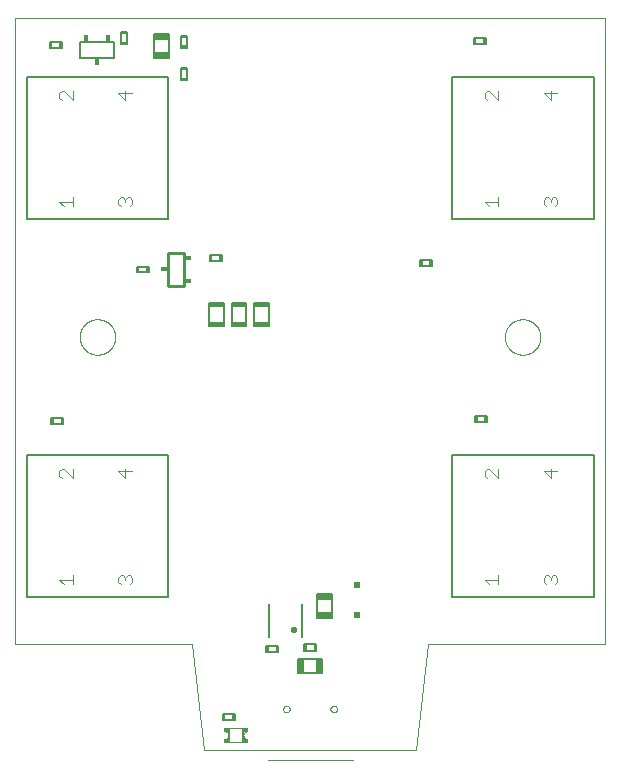
<source format=gto>
G75*
%MOIN*%
%OFA0B0*%
%FSLAX25Y25*%
%IPPOS*%
%LPD*%
%AMOC8*
5,1,8,0,0,1.08239X$1,22.5*
%
%ADD10C,0.00000*%
%ADD11C,0.00500*%
%ADD12R,0.01890X0.04921*%
%ADD13R,0.02067X0.01004*%
%ADD14R,0.04921X0.01890*%
%ADD15R,0.01004X0.02067*%
%ADD16C,0.00800*%
%ADD17C,0.02165*%
%ADD18C,0.00600*%
%ADD19R,0.01800X0.02300*%
%ADD20R,0.02400X0.02400*%
%ADD21C,0.00394*%
%ADD22C,0.00400*%
%ADD23R,0.01969X0.01280*%
%ADD24R,0.00984X0.00591*%
%ADD25R,0.00689X0.01575*%
%ADD26R,0.01181X0.01181*%
%ADD27R,0.00295X0.01280*%
%ADD28C,0.01000*%
%ADD29R,0.02300X0.01800*%
%ADD30R,0.00984X0.01969*%
%ADD31R,0.04921X0.01575*%
D10*
X0041330Y0043060D02*
X0100385Y0043060D01*
X0104322Y0007627D01*
X0175188Y0007627D01*
X0179125Y0043060D01*
X0238180Y0043060D01*
X0238180Y0251722D01*
X0041330Y0251722D01*
X0041330Y0043060D01*
X0062983Y0145423D02*
X0062985Y0145576D01*
X0062991Y0145730D01*
X0063001Y0145883D01*
X0063015Y0146035D01*
X0063033Y0146188D01*
X0063055Y0146339D01*
X0063080Y0146490D01*
X0063110Y0146641D01*
X0063144Y0146791D01*
X0063181Y0146939D01*
X0063222Y0147087D01*
X0063267Y0147233D01*
X0063316Y0147379D01*
X0063369Y0147523D01*
X0063425Y0147665D01*
X0063485Y0147806D01*
X0063549Y0147946D01*
X0063616Y0148084D01*
X0063687Y0148220D01*
X0063762Y0148354D01*
X0063839Y0148486D01*
X0063921Y0148616D01*
X0064005Y0148744D01*
X0064093Y0148870D01*
X0064184Y0148993D01*
X0064278Y0149114D01*
X0064376Y0149232D01*
X0064476Y0149348D01*
X0064580Y0149461D01*
X0064686Y0149572D01*
X0064795Y0149680D01*
X0064907Y0149785D01*
X0065021Y0149886D01*
X0065139Y0149985D01*
X0065258Y0150081D01*
X0065380Y0150174D01*
X0065505Y0150263D01*
X0065632Y0150350D01*
X0065761Y0150432D01*
X0065892Y0150512D01*
X0066025Y0150588D01*
X0066160Y0150661D01*
X0066297Y0150730D01*
X0066436Y0150795D01*
X0066576Y0150857D01*
X0066718Y0150915D01*
X0066861Y0150970D01*
X0067006Y0151021D01*
X0067152Y0151068D01*
X0067299Y0151111D01*
X0067447Y0151150D01*
X0067596Y0151186D01*
X0067746Y0151217D01*
X0067897Y0151245D01*
X0068048Y0151269D01*
X0068201Y0151289D01*
X0068353Y0151305D01*
X0068506Y0151317D01*
X0068659Y0151325D01*
X0068812Y0151329D01*
X0068966Y0151329D01*
X0069119Y0151325D01*
X0069272Y0151317D01*
X0069425Y0151305D01*
X0069577Y0151289D01*
X0069730Y0151269D01*
X0069881Y0151245D01*
X0070032Y0151217D01*
X0070182Y0151186D01*
X0070331Y0151150D01*
X0070479Y0151111D01*
X0070626Y0151068D01*
X0070772Y0151021D01*
X0070917Y0150970D01*
X0071060Y0150915D01*
X0071202Y0150857D01*
X0071342Y0150795D01*
X0071481Y0150730D01*
X0071618Y0150661D01*
X0071753Y0150588D01*
X0071886Y0150512D01*
X0072017Y0150432D01*
X0072146Y0150350D01*
X0072273Y0150263D01*
X0072398Y0150174D01*
X0072520Y0150081D01*
X0072639Y0149985D01*
X0072757Y0149886D01*
X0072871Y0149785D01*
X0072983Y0149680D01*
X0073092Y0149572D01*
X0073198Y0149461D01*
X0073302Y0149348D01*
X0073402Y0149232D01*
X0073500Y0149114D01*
X0073594Y0148993D01*
X0073685Y0148870D01*
X0073773Y0148744D01*
X0073857Y0148616D01*
X0073939Y0148486D01*
X0074016Y0148354D01*
X0074091Y0148220D01*
X0074162Y0148084D01*
X0074229Y0147946D01*
X0074293Y0147806D01*
X0074353Y0147665D01*
X0074409Y0147523D01*
X0074462Y0147379D01*
X0074511Y0147233D01*
X0074556Y0147087D01*
X0074597Y0146939D01*
X0074634Y0146791D01*
X0074668Y0146641D01*
X0074698Y0146490D01*
X0074723Y0146339D01*
X0074745Y0146188D01*
X0074763Y0146035D01*
X0074777Y0145883D01*
X0074787Y0145730D01*
X0074793Y0145576D01*
X0074795Y0145423D01*
X0074793Y0145270D01*
X0074787Y0145116D01*
X0074777Y0144963D01*
X0074763Y0144811D01*
X0074745Y0144658D01*
X0074723Y0144507D01*
X0074698Y0144356D01*
X0074668Y0144205D01*
X0074634Y0144055D01*
X0074597Y0143907D01*
X0074556Y0143759D01*
X0074511Y0143613D01*
X0074462Y0143467D01*
X0074409Y0143323D01*
X0074353Y0143181D01*
X0074293Y0143040D01*
X0074229Y0142900D01*
X0074162Y0142762D01*
X0074091Y0142626D01*
X0074016Y0142492D01*
X0073939Y0142360D01*
X0073857Y0142230D01*
X0073773Y0142102D01*
X0073685Y0141976D01*
X0073594Y0141853D01*
X0073500Y0141732D01*
X0073402Y0141614D01*
X0073302Y0141498D01*
X0073198Y0141385D01*
X0073092Y0141274D01*
X0072983Y0141166D01*
X0072871Y0141061D01*
X0072757Y0140960D01*
X0072639Y0140861D01*
X0072520Y0140765D01*
X0072398Y0140672D01*
X0072273Y0140583D01*
X0072146Y0140496D01*
X0072017Y0140414D01*
X0071886Y0140334D01*
X0071753Y0140258D01*
X0071618Y0140185D01*
X0071481Y0140116D01*
X0071342Y0140051D01*
X0071202Y0139989D01*
X0071060Y0139931D01*
X0070917Y0139876D01*
X0070772Y0139825D01*
X0070626Y0139778D01*
X0070479Y0139735D01*
X0070331Y0139696D01*
X0070182Y0139660D01*
X0070032Y0139629D01*
X0069881Y0139601D01*
X0069730Y0139577D01*
X0069577Y0139557D01*
X0069425Y0139541D01*
X0069272Y0139529D01*
X0069119Y0139521D01*
X0068966Y0139517D01*
X0068812Y0139517D01*
X0068659Y0139521D01*
X0068506Y0139529D01*
X0068353Y0139541D01*
X0068201Y0139557D01*
X0068048Y0139577D01*
X0067897Y0139601D01*
X0067746Y0139629D01*
X0067596Y0139660D01*
X0067447Y0139696D01*
X0067299Y0139735D01*
X0067152Y0139778D01*
X0067006Y0139825D01*
X0066861Y0139876D01*
X0066718Y0139931D01*
X0066576Y0139989D01*
X0066436Y0140051D01*
X0066297Y0140116D01*
X0066160Y0140185D01*
X0066025Y0140258D01*
X0065892Y0140334D01*
X0065761Y0140414D01*
X0065632Y0140496D01*
X0065505Y0140583D01*
X0065380Y0140672D01*
X0065258Y0140765D01*
X0065139Y0140861D01*
X0065021Y0140960D01*
X0064907Y0141061D01*
X0064795Y0141166D01*
X0064686Y0141274D01*
X0064580Y0141385D01*
X0064476Y0141498D01*
X0064376Y0141614D01*
X0064278Y0141732D01*
X0064184Y0141853D01*
X0064093Y0141976D01*
X0064005Y0142102D01*
X0063921Y0142230D01*
X0063839Y0142360D01*
X0063762Y0142492D01*
X0063687Y0142626D01*
X0063616Y0142762D01*
X0063549Y0142900D01*
X0063485Y0143040D01*
X0063425Y0143181D01*
X0063369Y0143323D01*
X0063316Y0143467D01*
X0063267Y0143613D01*
X0063222Y0143759D01*
X0063181Y0143907D01*
X0063144Y0144055D01*
X0063110Y0144205D01*
X0063080Y0144356D01*
X0063055Y0144507D01*
X0063033Y0144658D01*
X0063015Y0144811D01*
X0063001Y0144963D01*
X0062991Y0145116D01*
X0062985Y0145270D01*
X0062983Y0145423D01*
X0130798Y0021407D02*
X0130800Y0021472D01*
X0130806Y0021538D01*
X0130816Y0021602D01*
X0130829Y0021666D01*
X0130847Y0021729D01*
X0130868Y0021791D01*
X0130893Y0021851D01*
X0130922Y0021910D01*
X0130954Y0021967D01*
X0130990Y0022022D01*
X0131028Y0022075D01*
X0131070Y0022125D01*
X0131115Y0022173D01*
X0131163Y0022218D01*
X0131213Y0022260D01*
X0131266Y0022298D01*
X0131321Y0022334D01*
X0131378Y0022366D01*
X0131437Y0022395D01*
X0131497Y0022420D01*
X0131559Y0022441D01*
X0131622Y0022459D01*
X0131686Y0022472D01*
X0131750Y0022482D01*
X0131816Y0022488D01*
X0131881Y0022490D01*
X0131946Y0022488D01*
X0132012Y0022482D01*
X0132076Y0022472D01*
X0132140Y0022459D01*
X0132203Y0022441D01*
X0132265Y0022420D01*
X0132325Y0022395D01*
X0132384Y0022366D01*
X0132441Y0022334D01*
X0132496Y0022298D01*
X0132549Y0022260D01*
X0132599Y0022218D01*
X0132647Y0022173D01*
X0132692Y0022125D01*
X0132734Y0022075D01*
X0132772Y0022022D01*
X0132808Y0021967D01*
X0132840Y0021910D01*
X0132869Y0021851D01*
X0132894Y0021791D01*
X0132915Y0021729D01*
X0132933Y0021666D01*
X0132946Y0021602D01*
X0132956Y0021538D01*
X0132962Y0021472D01*
X0132964Y0021407D01*
X0132962Y0021342D01*
X0132956Y0021276D01*
X0132946Y0021212D01*
X0132933Y0021148D01*
X0132915Y0021085D01*
X0132894Y0021023D01*
X0132869Y0020963D01*
X0132840Y0020904D01*
X0132808Y0020847D01*
X0132772Y0020792D01*
X0132734Y0020739D01*
X0132692Y0020689D01*
X0132647Y0020641D01*
X0132599Y0020596D01*
X0132549Y0020554D01*
X0132496Y0020516D01*
X0132441Y0020480D01*
X0132384Y0020448D01*
X0132325Y0020419D01*
X0132265Y0020394D01*
X0132203Y0020373D01*
X0132140Y0020355D01*
X0132076Y0020342D01*
X0132012Y0020332D01*
X0131946Y0020326D01*
X0131881Y0020324D01*
X0131816Y0020326D01*
X0131750Y0020332D01*
X0131686Y0020342D01*
X0131622Y0020355D01*
X0131559Y0020373D01*
X0131497Y0020394D01*
X0131437Y0020419D01*
X0131378Y0020448D01*
X0131321Y0020480D01*
X0131266Y0020516D01*
X0131213Y0020554D01*
X0131163Y0020596D01*
X0131115Y0020641D01*
X0131070Y0020689D01*
X0131028Y0020739D01*
X0130990Y0020792D01*
X0130954Y0020847D01*
X0130922Y0020904D01*
X0130893Y0020963D01*
X0130868Y0021023D01*
X0130847Y0021085D01*
X0130829Y0021148D01*
X0130816Y0021212D01*
X0130806Y0021276D01*
X0130800Y0021342D01*
X0130798Y0021407D01*
X0146546Y0021407D02*
X0146548Y0021472D01*
X0146554Y0021538D01*
X0146564Y0021602D01*
X0146577Y0021666D01*
X0146595Y0021729D01*
X0146616Y0021791D01*
X0146641Y0021851D01*
X0146670Y0021910D01*
X0146702Y0021967D01*
X0146738Y0022022D01*
X0146776Y0022075D01*
X0146818Y0022125D01*
X0146863Y0022173D01*
X0146911Y0022218D01*
X0146961Y0022260D01*
X0147014Y0022298D01*
X0147069Y0022334D01*
X0147126Y0022366D01*
X0147185Y0022395D01*
X0147245Y0022420D01*
X0147307Y0022441D01*
X0147370Y0022459D01*
X0147434Y0022472D01*
X0147498Y0022482D01*
X0147564Y0022488D01*
X0147629Y0022490D01*
X0147694Y0022488D01*
X0147760Y0022482D01*
X0147824Y0022472D01*
X0147888Y0022459D01*
X0147951Y0022441D01*
X0148013Y0022420D01*
X0148073Y0022395D01*
X0148132Y0022366D01*
X0148189Y0022334D01*
X0148244Y0022298D01*
X0148297Y0022260D01*
X0148347Y0022218D01*
X0148395Y0022173D01*
X0148440Y0022125D01*
X0148482Y0022075D01*
X0148520Y0022022D01*
X0148556Y0021967D01*
X0148588Y0021910D01*
X0148617Y0021851D01*
X0148642Y0021791D01*
X0148663Y0021729D01*
X0148681Y0021666D01*
X0148694Y0021602D01*
X0148704Y0021538D01*
X0148710Y0021472D01*
X0148712Y0021407D01*
X0148710Y0021342D01*
X0148704Y0021276D01*
X0148694Y0021212D01*
X0148681Y0021148D01*
X0148663Y0021085D01*
X0148642Y0021023D01*
X0148617Y0020963D01*
X0148588Y0020904D01*
X0148556Y0020847D01*
X0148520Y0020792D01*
X0148482Y0020739D01*
X0148440Y0020689D01*
X0148395Y0020641D01*
X0148347Y0020596D01*
X0148297Y0020554D01*
X0148244Y0020516D01*
X0148189Y0020480D01*
X0148132Y0020448D01*
X0148073Y0020419D01*
X0148013Y0020394D01*
X0147951Y0020373D01*
X0147888Y0020355D01*
X0147824Y0020342D01*
X0147760Y0020332D01*
X0147694Y0020326D01*
X0147629Y0020324D01*
X0147564Y0020326D01*
X0147498Y0020332D01*
X0147434Y0020342D01*
X0147370Y0020355D01*
X0147307Y0020373D01*
X0147245Y0020394D01*
X0147185Y0020419D01*
X0147126Y0020448D01*
X0147069Y0020480D01*
X0147014Y0020516D01*
X0146961Y0020554D01*
X0146911Y0020596D01*
X0146863Y0020641D01*
X0146818Y0020689D01*
X0146776Y0020739D01*
X0146738Y0020792D01*
X0146702Y0020847D01*
X0146670Y0020904D01*
X0146641Y0020963D01*
X0146616Y0021023D01*
X0146595Y0021085D01*
X0146577Y0021148D01*
X0146564Y0021212D01*
X0146554Y0021276D01*
X0146548Y0021342D01*
X0146546Y0021407D01*
X0204715Y0145423D02*
X0204717Y0145576D01*
X0204723Y0145730D01*
X0204733Y0145883D01*
X0204747Y0146035D01*
X0204765Y0146188D01*
X0204787Y0146339D01*
X0204812Y0146490D01*
X0204842Y0146641D01*
X0204876Y0146791D01*
X0204913Y0146939D01*
X0204954Y0147087D01*
X0204999Y0147233D01*
X0205048Y0147379D01*
X0205101Y0147523D01*
X0205157Y0147665D01*
X0205217Y0147806D01*
X0205281Y0147946D01*
X0205348Y0148084D01*
X0205419Y0148220D01*
X0205494Y0148354D01*
X0205571Y0148486D01*
X0205653Y0148616D01*
X0205737Y0148744D01*
X0205825Y0148870D01*
X0205916Y0148993D01*
X0206010Y0149114D01*
X0206108Y0149232D01*
X0206208Y0149348D01*
X0206312Y0149461D01*
X0206418Y0149572D01*
X0206527Y0149680D01*
X0206639Y0149785D01*
X0206753Y0149886D01*
X0206871Y0149985D01*
X0206990Y0150081D01*
X0207112Y0150174D01*
X0207237Y0150263D01*
X0207364Y0150350D01*
X0207493Y0150432D01*
X0207624Y0150512D01*
X0207757Y0150588D01*
X0207892Y0150661D01*
X0208029Y0150730D01*
X0208168Y0150795D01*
X0208308Y0150857D01*
X0208450Y0150915D01*
X0208593Y0150970D01*
X0208738Y0151021D01*
X0208884Y0151068D01*
X0209031Y0151111D01*
X0209179Y0151150D01*
X0209328Y0151186D01*
X0209478Y0151217D01*
X0209629Y0151245D01*
X0209780Y0151269D01*
X0209933Y0151289D01*
X0210085Y0151305D01*
X0210238Y0151317D01*
X0210391Y0151325D01*
X0210544Y0151329D01*
X0210698Y0151329D01*
X0210851Y0151325D01*
X0211004Y0151317D01*
X0211157Y0151305D01*
X0211309Y0151289D01*
X0211462Y0151269D01*
X0211613Y0151245D01*
X0211764Y0151217D01*
X0211914Y0151186D01*
X0212063Y0151150D01*
X0212211Y0151111D01*
X0212358Y0151068D01*
X0212504Y0151021D01*
X0212649Y0150970D01*
X0212792Y0150915D01*
X0212934Y0150857D01*
X0213074Y0150795D01*
X0213213Y0150730D01*
X0213350Y0150661D01*
X0213485Y0150588D01*
X0213618Y0150512D01*
X0213749Y0150432D01*
X0213878Y0150350D01*
X0214005Y0150263D01*
X0214130Y0150174D01*
X0214252Y0150081D01*
X0214371Y0149985D01*
X0214489Y0149886D01*
X0214603Y0149785D01*
X0214715Y0149680D01*
X0214824Y0149572D01*
X0214930Y0149461D01*
X0215034Y0149348D01*
X0215134Y0149232D01*
X0215232Y0149114D01*
X0215326Y0148993D01*
X0215417Y0148870D01*
X0215505Y0148744D01*
X0215589Y0148616D01*
X0215671Y0148486D01*
X0215748Y0148354D01*
X0215823Y0148220D01*
X0215894Y0148084D01*
X0215961Y0147946D01*
X0216025Y0147806D01*
X0216085Y0147665D01*
X0216141Y0147523D01*
X0216194Y0147379D01*
X0216243Y0147233D01*
X0216288Y0147087D01*
X0216329Y0146939D01*
X0216366Y0146791D01*
X0216400Y0146641D01*
X0216430Y0146490D01*
X0216455Y0146339D01*
X0216477Y0146188D01*
X0216495Y0146035D01*
X0216509Y0145883D01*
X0216519Y0145730D01*
X0216525Y0145576D01*
X0216527Y0145423D01*
X0216525Y0145270D01*
X0216519Y0145116D01*
X0216509Y0144963D01*
X0216495Y0144811D01*
X0216477Y0144658D01*
X0216455Y0144507D01*
X0216430Y0144356D01*
X0216400Y0144205D01*
X0216366Y0144055D01*
X0216329Y0143907D01*
X0216288Y0143759D01*
X0216243Y0143613D01*
X0216194Y0143467D01*
X0216141Y0143323D01*
X0216085Y0143181D01*
X0216025Y0143040D01*
X0215961Y0142900D01*
X0215894Y0142762D01*
X0215823Y0142626D01*
X0215748Y0142492D01*
X0215671Y0142360D01*
X0215589Y0142230D01*
X0215505Y0142102D01*
X0215417Y0141976D01*
X0215326Y0141853D01*
X0215232Y0141732D01*
X0215134Y0141614D01*
X0215034Y0141498D01*
X0214930Y0141385D01*
X0214824Y0141274D01*
X0214715Y0141166D01*
X0214603Y0141061D01*
X0214489Y0140960D01*
X0214371Y0140861D01*
X0214252Y0140765D01*
X0214130Y0140672D01*
X0214005Y0140583D01*
X0213878Y0140496D01*
X0213749Y0140414D01*
X0213618Y0140334D01*
X0213485Y0140258D01*
X0213350Y0140185D01*
X0213213Y0140116D01*
X0213074Y0140051D01*
X0212934Y0139989D01*
X0212792Y0139931D01*
X0212649Y0139876D01*
X0212504Y0139825D01*
X0212358Y0139778D01*
X0212211Y0139735D01*
X0212063Y0139696D01*
X0211914Y0139660D01*
X0211764Y0139629D01*
X0211613Y0139601D01*
X0211462Y0139577D01*
X0211309Y0139557D01*
X0211157Y0139541D01*
X0211004Y0139529D01*
X0210851Y0139521D01*
X0210698Y0139517D01*
X0210544Y0139517D01*
X0210391Y0139521D01*
X0210238Y0139529D01*
X0210085Y0139541D01*
X0209933Y0139557D01*
X0209780Y0139577D01*
X0209629Y0139601D01*
X0209478Y0139629D01*
X0209328Y0139660D01*
X0209179Y0139696D01*
X0209031Y0139735D01*
X0208884Y0139778D01*
X0208738Y0139825D01*
X0208593Y0139876D01*
X0208450Y0139931D01*
X0208308Y0139989D01*
X0208168Y0140051D01*
X0208029Y0140116D01*
X0207892Y0140185D01*
X0207757Y0140258D01*
X0207624Y0140334D01*
X0207493Y0140414D01*
X0207364Y0140496D01*
X0207237Y0140583D01*
X0207112Y0140672D01*
X0206990Y0140765D01*
X0206871Y0140861D01*
X0206753Y0140960D01*
X0206639Y0141061D01*
X0206527Y0141166D01*
X0206418Y0141274D01*
X0206312Y0141385D01*
X0206208Y0141498D01*
X0206108Y0141614D01*
X0206010Y0141732D01*
X0205916Y0141853D01*
X0205825Y0141976D01*
X0205737Y0142102D01*
X0205653Y0142230D01*
X0205571Y0142360D01*
X0205494Y0142492D01*
X0205419Y0142626D01*
X0205348Y0142762D01*
X0205281Y0142900D01*
X0205217Y0143040D01*
X0205157Y0143181D01*
X0205101Y0143323D01*
X0205048Y0143467D01*
X0204999Y0143613D01*
X0204954Y0143759D01*
X0204913Y0143907D01*
X0204876Y0144055D01*
X0204842Y0144205D01*
X0204812Y0144356D01*
X0204787Y0144507D01*
X0204765Y0144658D01*
X0204747Y0144811D01*
X0204733Y0144963D01*
X0204723Y0145116D01*
X0204717Y0145270D01*
X0204715Y0145423D01*
D11*
X0198712Y0118986D02*
X0194774Y0118986D01*
X0194774Y0117017D01*
X0198712Y0117017D01*
X0198712Y0118986D01*
X0186999Y0106052D02*
X0234243Y0106052D01*
X0234243Y0058808D01*
X0186999Y0058808D01*
X0234243Y0058808D01*
X0234243Y0106052D02*
X0186999Y0106052D01*
X0186999Y0058808D01*
X0147078Y0059734D02*
X0147078Y0051860D01*
X0142156Y0051860D01*
X0142156Y0059734D01*
X0147078Y0059734D01*
X0141832Y0042952D02*
X0137796Y0042952D01*
X0137796Y0040885D01*
X0141832Y0040885D01*
X0141832Y0042952D01*
X0143712Y0038257D02*
X0135837Y0038257D01*
X0135837Y0033336D01*
X0143712Y0033336D01*
X0143712Y0038257D01*
X0129066Y0040560D02*
X0125129Y0040560D01*
X0125129Y0042529D01*
X0129066Y0042529D01*
X0129066Y0040560D01*
X0114676Y0019891D02*
X0110739Y0019891D01*
X0110739Y0017923D01*
X0114676Y0017923D01*
X0114676Y0019891D01*
X0092511Y0058808D02*
X0045267Y0058808D01*
X0092511Y0058808D01*
X0092511Y0106052D01*
X0045267Y0106052D01*
X0092511Y0106052D01*
X0057412Y0116328D02*
X0053475Y0116328D01*
X0053475Y0118297D01*
X0057412Y0118297D01*
X0057412Y0116328D01*
X0045267Y0106052D02*
X0045267Y0058808D01*
X0106093Y0148966D02*
X0106093Y0156840D01*
X0111015Y0156840D01*
X0111015Y0148966D01*
X0106093Y0148966D01*
X0113574Y0148966D02*
X0113574Y0156840D01*
X0118495Y0156840D01*
X0118495Y0148966D01*
X0113574Y0148966D01*
X0121054Y0148966D02*
X0121054Y0156840D01*
X0125975Y0156840D01*
X0125975Y0148966D01*
X0121054Y0148966D01*
X0110286Y0170777D02*
X0106349Y0170777D01*
X0106349Y0172745D01*
X0110286Y0172745D01*
X0110286Y0170777D01*
X0092511Y0184793D02*
X0045267Y0184793D01*
X0092511Y0184793D01*
X0092511Y0232037D01*
X0045267Y0232037D01*
X0092511Y0232037D01*
X0096753Y0231062D02*
X0096753Y0235098D01*
X0098820Y0235098D01*
X0098820Y0231062D01*
X0096753Y0231062D01*
X0092708Y0238533D02*
X0087786Y0238533D01*
X0087786Y0246407D01*
X0092708Y0246407D01*
X0092708Y0238533D01*
X0096753Y0241889D02*
X0096753Y0245925D01*
X0098820Y0245925D01*
X0098820Y0241889D01*
X0096753Y0241889D01*
X0078839Y0243070D02*
X0076773Y0243070D01*
X0076773Y0247106D01*
X0078839Y0247106D01*
X0078839Y0243070D01*
X0056960Y0243789D02*
X0053023Y0243789D01*
X0053023Y0241820D01*
X0056960Y0241820D01*
X0056960Y0243789D01*
X0045267Y0232037D02*
X0045267Y0184793D01*
X0082019Y0168907D02*
X0085956Y0168907D01*
X0085956Y0166938D01*
X0082019Y0166938D01*
X0082019Y0168907D01*
X0176448Y0169182D02*
X0176448Y0171151D01*
X0180385Y0171151D01*
X0180385Y0169182D01*
X0176448Y0169182D01*
X0186999Y0184793D02*
X0234243Y0184793D01*
X0186999Y0184793D01*
X0186999Y0232037D01*
X0234243Y0232037D01*
X0234243Y0184793D01*
X0234243Y0232037D02*
X0186999Y0232037D01*
X0194400Y0243198D02*
X0194400Y0245167D01*
X0198337Y0245167D01*
X0198337Y0243198D01*
X0194400Y0243198D01*
D12*
X0142767Y0035797D03*
X0136782Y0035797D03*
D13*
X0097786Y0231564D03*
X0097786Y0234596D03*
X0097786Y0242391D03*
X0097786Y0245423D03*
X0077806Y0246604D03*
X0077806Y0243572D03*
D14*
X0090247Y0245462D03*
X0090247Y0239478D03*
X0144617Y0058789D03*
X0144617Y0052804D03*
D15*
X0141330Y0041919D03*
X0138298Y0041919D03*
D16*
X0136940Y0045265D02*
X0136940Y0056289D01*
X0125916Y0056289D02*
X0125916Y0045265D01*
D17*
X0134479Y0047824D03*
D18*
X0074430Y0238531D02*
X0063230Y0238531D01*
X0063230Y0243731D01*
X0074430Y0243731D01*
X0074430Y0238531D01*
D19*
X0068830Y0237181D03*
X0072530Y0245081D03*
X0065130Y0245081D03*
D20*
X0155365Y0062706D03*
X0155365Y0052706D03*
D21*
X0153928Y0004478D02*
X0125582Y0004478D01*
D22*
X0117058Y0010403D02*
X0111448Y0010403D01*
X0111337Y0010895D02*
X0111339Y0010935D01*
X0111345Y0010974D01*
X0111354Y0011013D01*
X0111368Y0011050D01*
X0111385Y0011086D01*
X0111405Y0011121D01*
X0111429Y0011153D01*
X0111456Y0011182D01*
X0111485Y0011209D01*
X0111517Y0011233D01*
X0111552Y0011253D01*
X0111588Y0011270D01*
X0111625Y0011284D01*
X0111664Y0011293D01*
X0111703Y0011299D01*
X0111743Y0011301D01*
X0111783Y0011299D01*
X0111822Y0011293D01*
X0111861Y0011284D01*
X0111898Y0011270D01*
X0111934Y0011253D01*
X0111969Y0011233D01*
X0112001Y0011209D01*
X0112030Y0011182D01*
X0112057Y0011153D01*
X0112081Y0011121D01*
X0112101Y0011086D01*
X0112118Y0011050D01*
X0112132Y0011013D01*
X0112141Y0010974D01*
X0112147Y0010935D01*
X0112149Y0010895D01*
X0112147Y0010855D01*
X0112141Y0010816D01*
X0112132Y0010777D01*
X0112118Y0010740D01*
X0112101Y0010704D01*
X0112081Y0010669D01*
X0112057Y0010637D01*
X0112030Y0010608D01*
X0112001Y0010581D01*
X0111969Y0010557D01*
X0111934Y0010537D01*
X0111898Y0010520D01*
X0111861Y0010506D01*
X0111822Y0010497D01*
X0111783Y0010491D01*
X0111743Y0010489D01*
X0111703Y0010491D01*
X0111664Y0010497D01*
X0111625Y0010506D01*
X0111588Y0010520D01*
X0111552Y0010537D01*
X0111517Y0010557D01*
X0111485Y0010581D01*
X0111456Y0010608D01*
X0111429Y0010637D01*
X0111405Y0010669D01*
X0111385Y0010704D01*
X0111368Y0010740D01*
X0111354Y0010777D01*
X0111345Y0010816D01*
X0111339Y0010855D01*
X0111337Y0010895D01*
X0111447Y0011289D02*
X0111519Y0011303D01*
X0111590Y0011319D01*
X0111661Y0011340D01*
X0111730Y0011364D01*
X0111797Y0011392D01*
X0111864Y0011423D01*
X0111928Y0011458D01*
X0111990Y0011496D01*
X0112051Y0011537D01*
X0112109Y0011582D01*
X0112165Y0011629D01*
X0112218Y0011679D01*
X0112268Y0011732D01*
X0112316Y0011788D01*
X0112361Y0011846D01*
X0112402Y0011906D01*
X0112440Y0011968D01*
X0112475Y0012033D01*
X0112507Y0012099D01*
X0112535Y0012166D01*
X0112559Y0012235D01*
X0112580Y0012305D01*
X0112597Y0012376D01*
X0112611Y0012448D01*
X0112620Y0012521D01*
X0112626Y0012594D01*
X0112628Y0012667D01*
X0112626Y0012740D01*
X0112620Y0012813D01*
X0112611Y0012886D01*
X0112597Y0012958D01*
X0112580Y0013029D01*
X0112559Y0013099D01*
X0112535Y0013168D01*
X0112507Y0013235D01*
X0112475Y0013301D01*
X0112440Y0013366D01*
X0112402Y0013428D01*
X0112361Y0013488D01*
X0112316Y0013546D01*
X0112268Y0013602D01*
X0112218Y0013655D01*
X0112165Y0013705D01*
X0112109Y0013752D01*
X0112051Y0013797D01*
X0111990Y0013838D01*
X0111928Y0013876D01*
X0111864Y0013911D01*
X0111797Y0013942D01*
X0111730Y0013970D01*
X0111661Y0013994D01*
X0111590Y0014015D01*
X0111519Y0014031D01*
X0111447Y0014045D01*
X0113023Y0014930D02*
X0117156Y0014930D01*
X0118732Y0014045D02*
X0118660Y0014031D01*
X0118589Y0014015D01*
X0118518Y0013994D01*
X0118449Y0013970D01*
X0118382Y0013942D01*
X0118315Y0013911D01*
X0118251Y0013876D01*
X0118189Y0013838D01*
X0118128Y0013797D01*
X0118070Y0013752D01*
X0118014Y0013705D01*
X0117961Y0013655D01*
X0117911Y0013602D01*
X0117863Y0013546D01*
X0117818Y0013488D01*
X0117777Y0013428D01*
X0117739Y0013366D01*
X0117704Y0013301D01*
X0117672Y0013235D01*
X0117644Y0013168D01*
X0117620Y0013099D01*
X0117599Y0013029D01*
X0117582Y0012958D01*
X0117568Y0012886D01*
X0117559Y0012813D01*
X0117553Y0012740D01*
X0117551Y0012667D01*
X0117553Y0012594D01*
X0117559Y0012521D01*
X0117568Y0012448D01*
X0117582Y0012376D01*
X0117599Y0012305D01*
X0117620Y0012235D01*
X0117644Y0012166D01*
X0117672Y0012099D01*
X0117704Y0012033D01*
X0117739Y0011968D01*
X0117777Y0011906D01*
X0117818Y0011846D01*
X0117863Y0011788D01*
X0117911Y0011732D01*
X0117961Y0011679D01*
X0118014Y0011629D01*
X0118070Y0011582D01*
X0118128Y0011537D01*
X0118189Y0011496D01*
X0118251Y0011458D01*
X0118315Y0011423D01*
X0118382Y0011392D01*
X0118449Y0011364D01*
X0118518Y0011340D01*
X0118589Y0011319D01*
X0118660Y0011303D01*
X0118732Y0011289D01*
X0079732Y0062945D02*
X0080500Y0063713D01*
X0080500Y0065247D01*
X0079732Y0066015D01*
X0078965Y0066015D01*
X0078198Y0065247D01*
X0078198Y0064480D01*
X0078198Y0065247D02*
X0077430Y0066015D01*
X0076663Y0066015D01*
X0075896Y0065247D01*
X0075896Y0063713D01*
X0076663Y0062945D01*
X0060815Y0062945D02*
X0060815Y0066015D01*
X0060815Y0064480D02*
X0056211Y0064480D01*
X0057745Y0062945D01*
X0056978Y0098378D02*
X0056211Y0099146D01*
X0056211Y0100680D01*
X0056978Y0101448D01*
X0057745Y0101448D01*
X0060815Y0098378D01*
X0060815Y0101448D01*
X0075896Y0100680D02*
X0078198Y0098378D01*
X0078198Y0101448D01*
X0080500Y0100680D02*
X0075896Y0100680D01*
X0076663Y0188930D02*
X0075896Y0189697D01*
X0075896Y0191232D01*
X0076663Y0191999D01*
X0077430Y0191999D01*
X0078198Y0191232D01*
X0078965Y0191999D01*
X0079732Y0191999D01*
X0080500Y0191232D01*
X0080500Y0189697D01*
X0079732Y0188930D01*
X0078198Y0190464D02*
X0078198Y0191232D01*
X0060815Y0191999D02*
X0060815Y0188930D01*
X0060815Y0190464D02*
X0056211Y0190464D01*
X0057745Y0188930D01*
X0056978Y0224363D02*
X0056211Y0225130D01*
X0056211Y0226665D01*
X0056978Y0227432D01*
X0057745Y0227432D01*
X0060815Y0224363D01*
X0060815Y0227432D01*
X0075896Y0226665D02*
X0078198Y0224363D01*
X0078198Y0227432D01*
X0080500Y0226665D02*
X0075896Y0226665D01*
X0197943Y0226665D02*
X0197943Y0225130D01*
X0198710Y0224363D01*
X0197943Y0226665D02*
X0198710Y0227432D01*
X0199478Y0227432D01*
X0202547Y0224363D01*
X0202547Y0227432D01*
X0217628Y0226665D02*
X0219930Y0224363D01*
X0219930Y0227432D01*
X0222232Y0226665D02*
X0217628Y0226665D01*
X0218395Y0191999D02*
X0219163Y0191999D01*
X0219930Y0191232D01*
X0220697Y0191999D01*
X0221465Y0191999D01*
X0222232Y0191232D01*
X0222232Y0189697D01*
X0221465Y0188930D01*
X0219930Y0190464D02*
X0219930Y0191232D01*
X0218395Y0191999D02*
X0217628Y0191232D01*
X0217628Y0189697D01*
X0218395Y0188930D01*
X0202547Y0188930D02*
X0202547Y0191999D01*
X0202547Y0190464D02*
X0197943Y0190464D01*
X0199478Y0188930D01*
X0199478Y0101448D02*
X0198710Y0101448D01*
X0197943Y0100680D01*
X0197943Y0099146D01*
X0198710Y0098378D01*
X0199478Y0101448D02*
X0202547Y0098378D01*
X0202547Y0101448D01*
X0217628Y0100680D02*
X0219930Y0098378D01*
X0219930Y0101448D01*
X0222232Y0100680D02*
X0217628Y0100680D01*
X0218395Y0066015D02*
X0219163Y0066015D01*
X0219930Y0065247D01*
X0220697Y0066015D01*
X0221465Y0066015D01*
X0222232Y0065247D01*
X0222232Y0063713D01*
X0221465Y0062945D01*
X0219930Y0064480D02*
X0219930Y0065247D01*
X0218395Y0066015D02*
X0217628Y0065247D01*
X0217628Y0063713D01*
X0218395Y0062945D01*
X0202547Y0062945D02*
X0202547Y0066015D01*
X0202547Y0064480D02*
X0197943Y0064480D01*
X0199478Y0062945D01*
D23*
X0118042Y0014488D03*
X0118042Y0010846D03*
X0112137Y0014488D03*
D24*
X0112629Y0013651D03*
X0112629Y0011682D03*
X0117550Y0011682D03*
X0117550Y0013651D03*
D25*
X0117402Y0012667D03*
X0112776Y0012667D03*
D26*
X0112530Y0010895D03*
D27*
X0111300Y0010846D03*
D28*
X0097709Y0162342D02*
X0092509Y0162342D01*
X0092509Y0173542D01*
X0097709Y0173542D01*
X0097709Y0162342D01*
D29*
X0099059Y0164242D03*
X0099059Y0171642D03*
X0091159Y0167942D03*
D30*
X0085463Y0167923D03*
X0082511Y0167923D03*
X0106841Y0171761D03*
X0109794Y0171761D03*
X0056920Y0117312D03*
X0053967Y0117312D03*
X0125621Y0041545D03*
X0128574Y0041545D03*
X0114184Y0018907D03*
X0111231Y0018907D03*
X0195267Y0118001D03*
X0198219Y0118001D03*
X0179893Y0170167D03*
X0176940Y0170167D03*
X0194893Y0244182D03*
X0197845Y0244182D03*
X0056467Y0242804D03*
X0053515Y0242804D03*
D31*
X0108554Y0156052D03*
X0108554Y0149753D03*
X0116034Y0149753D03*
X0116034Y0156052D03*
X0123515Y0156052D03*
X0123515Y0149753D03*
M02*

</source>
